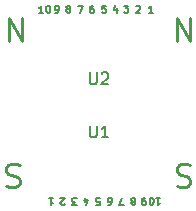
<source format=gbr>
G04 #@! TF.GenerationSoftware,KiCad,Pcbnew,(5.1.9)-1*
G04 #@! TF.CreationDate,2021-05-17T15:52:18-06:00*
G04 #@! TF.ProjectId,Igloo16,49676c6f-6f31-4362-9e6b-696361645f70,rev?*
G04 #@! TF.SameCoordinates,Original*
G04 #@! TF.FileFunction,Legend,Top*
G04 #@! TF.FilePolarity,Positive*
%FSLAX46Y46*%
G04 Gerber Fmt 4.6, Leading zero omitted, Abs format (unit mm)*
G04 Created by KiCad (PCBNEW (5.1.9)-1) date 2021-05-17 15:52:18*
%MOMM*%
%LPD*%
G01*
G04 APERTURE LIST*
%ADD10C,0.250000*%
%ADD11C,0.150000*%
G04 APERTURE END LIST*
D10*
X96728571Y-99869523D02*
X97014285Y-99964761D01*
X97490476Y-99964761D01*
X97680952Y-99869523D01*
X97776190Y-99774285D01*
X97871428Y-99583809D01*
X97871428Y-99393333D01*
X97776190Y-99202857D01*
X97680952Y-99107619D01*
X97490476Y-99012380D01*
X97109523Y-98917142D01*
X96919047Y-98821904D01*
X96823809Y-98726666D01*
X96728571Y-98536190D01*
X96728571Y-98345714D01*
X96823809Y-98155238D01*
X96919047Y-98060000D01*
X97109523Y-97964761D01*
X97585714Y-97964761D01*
X97871428Y-98060000D01*
X111188571Y-99869523D02*
X111474285Y-99964761D01*
X111950476Y-99964761D01*
X112140952Y-99869523D01*
X112236190Y-99774285D01*
X112331428Y-99583809D01*
X112331428Y-99393333D01*
X112236190Y-99202857D01*
X112140952Y-99107619D01*
X111950476Y-99012380D01*
X111569523Y-98917142D01*
X111379047Y-98821904D01*
X111283809Y-98726666D01*
X111188571Y-98536190D01*
X111188571Y-98345714D01*
X111283809Y-98155238D01*
X111379047Y-98060000D01*
X111569523Y-97964761D01*
X112045714Y-97964761D01*
X112331428Y-98060000D01*
X96928571Y-87604761D02*
X96928571Y-85604761D01*
X98071428Y-87604761D01*
X98071428Y-85604761D01*
X111188571Y-87604761D02*
X111188571Y-85604761D01*
X112331428Y-87604761D01*
X112331428Y-85604761D01*
D11*
X109444285Y-100828571D02*
X109787142Y-100828571D01*
X109615714Y-100828571D02*
X109615714Y-101428571D01*
X109672857Y-101342857D01*
X109730000Y-101285714D01*
X109787142Y-101257142D01*
X109072857Y-101428571D02*
X109015714Y-101428571D01*
X108958571Y-101400000D01*
X108930000Y-101371428D01*
X108901428Y-101314285D01*
X108872857Y-101200000D01*
X108872857Y-101057142D01*
X108901428Y-100942857D01*
X108930000Y-100885714D01*
X108958571Y-100857142D01*
X109015714Y-100828571D01*
X109072857Y-100828571D01*
X109130000Y-100857142D01*
X109158571Y-100885714D01*
X109187142Y-100942857D01*
X109215714Y-101057142D01*
X109215714Y-101200000D01*
X109187142Y-101314285D01*
X109158571Y-101371428D01*
X109130000Y-101400000D01*
X109072857Y-101428571D01*
X108514285Y-100828571D02*
X108400000Y-100828571D01*
X108342857Y-100857142D01*
X108314285Y-100885714D01*
X108257142Y-100971428D01*
X108228571Y-101085714D01*
X108228571Y-101314285D01*
X108257142Y-101371428D01*
X108285714Y-101400000D01*
X108342857Y-101428571D01*
X108457142Y-101428571D01*
X108514285Y-101400000D01*
X108542857Y-101371428D01*
X108571428Y-101314285D01*
X108571428Y-101171428D01*
X108542857Y-101114285D01*
X108514285Y-101085714D01*
X108457142Y-101057142D01*
X108342857Y-101057142D01*
X108285714Y-101085714D01*
X108257142Y-101114285D01*
X108228571Y-101171428D01*
X107557142Y-101171428D02*
X107614285Y-101200000D01*
X107642857Y-101228571D01*
X107671428Y-101285714D01*
X107671428Y-101314285D01*
X107642857Y-101371428D01*
X107614285Y-101400000D01*
X107557142Y-101428571D01*
X107442857Y-101428571D01*
X107385714Y-101400000D01*
X107357142Y-101371428D01*
X107328571Y-101314285D01*
X107328571Y-101285714D01*
X107357142Y-101228571D01*
X107385714Y-101200000D01*
X107442857Y-101171428D01*
X107557142Y-101171428D01*
X107614285Y-101142857D01*
X107642857Y-101114285D01*
X107671428Y-101057142D01*
X107671428Y-100942857D01*
X107642857Y-100885714D01*
X107614285Y-100857142D01*
X107557142Y-100828571D01*
X107442857Y-100828571D01*
X107385714Y-100857142D01*
X107357142Y-100885714D01*
X107328571Y-100942857D01*
X107328571Y-101057142D01*
X107357142Y-101114285D01*
X107385714Y-101142857D01*
X107442857Y-101171428D01*
X106700000Y-101428571D02*
X106300000Y-101428571D01*
X106557142Y-100828571D01*
X105385714Y-101428571D02*
X105500000Y-101428571D01*
X105557142Y-101400000D01*
X105585714Y-101371428D01*
X105642857Y-101285714D01*
X105671428Y-101171428D01*
X105671428Y-100942857D01*
X105642857Y-100885714D01*
X105614285Y-100857142D01*
X105557142Y-100828571D01*
X105442857Y-100828571D01*
X105385714Y-100857142D01*
X105357142Y-100885714D01*
X105328571Y-100942857D01*
X105328571Y-101085714D01*
X105357142Y-101142857D01*
X105385714Y-101171428D01*
X105442857Y-101200000D01*
X105557142Y-101200000D01*
X105614285Y-101171428D01*
X105642857Y-101142857D01*
X105671428Y-101085714D01*
X104357142Y-101428571D02*
X104642857Y-101428571D01*
X104671428Y-101142857D01*
X104642857Y-101171428D01*
X104585714Y-101200000D01*
X104442857Y-101200000D01*
X104385714Y-101171428D01*
X104357142Y-101142857D01*
X104328571Y-101085714D01*
X104328571Y-100942857D01*
X104357142Y-100885714D01*
X104385714Y-100857142D01*
X104442857Y-100828571D01*
X104585714Y-100828571D01*
X104642857Y-100857142D01*
X104671428Y-100885714D01*
X103385714Y-101228571D02*
X103385714Y-100828571D01*
X103528571Y-101457142D02*
X103671428Y-101028571D01*
X103300000Y-101028571D01*
X102700000Y-101428571D02*
X102328571Y-101428571D01*
X102528571Y-101200000D01*
X102442857Y-101200000D01*
X102385714Y-101171428D01*
X102357142Y-101142857D01*
X102328571Y-101085714D01*
X102328571Y-100942857D01*
X102357142Y-100885714D01*
X102385714Y-100857142D01*
X102442857Y-100828571D01*
X102614285Y-100828571D01*
X102671428Y-100857142D01*
X102700000Y-100885714D01*
X101671428Y-101371428D02*
X101642857Y-101400000D01*
X101585714Y-101428571D01*
X101442857Y-101428571D01*
X101385714Y-101400000D01*
X101357142Y-101371428D01*
X101328571Y-101314285D01*
X101328571Y-101257142D01*
X101357142Y-101171428D01*
X101700000Y-100828571D01*
X101328571Y-100828571D01*
X100328571Y-100828571D02*
X100671428Y-100828571D01*
X100500000Y-100828571D02*
X100500000Y-101428571D01*
X100557142Y-101342857D01*
X100614285Y-101285714D01*
X100671428Y-101257142D01*
X109171428Y-85171428D02*
X108828571Y-85171428D01*
X109000000Y-85171428D02*
X109000000Y-84571428D01*
X108942857Y-84657142D01*
X108885714Y-84714285D01*
X108828571Y-84742857D01*
X107728571Y-84628571D02*
X107757142Y-84600000D01*
X107814285Y-84571428D01*
X107957142Y-84571428D01*
X108014285Y-84600000D01*
X108042857Y-84628571D01*
X108071428Y-84685714D01*
X108071428Y-84742857D01*
X108042857Y-84828571D01*
X107700000Y-85171428D01*
X108071428Y-85171428D01*
X106700000Y-84571428D02*
X107071428Y-84571428D01*
X106871428Y-84800000D01*
X106957142Y-84800000D01*
X107014285Y-84828571D01*
X107042857Y-84857142D01*
X107071428Y-84914285D01*
X107071428Y-85057142D01*
X107042857Y-85114285D01*
X107014285Y-85142857D01*
X106957142Y-85171428D01*
X106785714Y-85171428D01*
X106728571Y-85142857D01*
X106700000Y-85114285D01*
X106114285Y-84771428D02*
X106114285Y-85171428D01*
X105971428Y-84542857D02*
X105828571Y-84971428D01*
X106200000Y-84971428D01*
X105142857Y-84571428D02*
X104857142Y-84571428D01*
X104828571Y-84857142D01*
X104857142Y-84828571D01*
X104914285Y-84800000D01*
X105057142Y-84800000D01*
X105114285Y-84828571D01*
X105142857Y-84857142D01*
X105171428Y-84914285D01*
X105171428Y-85057142D01*
X105142857Y-85114285D01*
X105114285Y-85142857D01*
X105057142Y-85171428D01*
X104914285Y-85171428D01*
X104857142Y-85142857D01*
X104828571Y-85114285D01*
X104114285Y-84571428D02*
X104000000Y-84571428D01*
X103942857Y-84600000D01*
X103914285Y-84628571D01*
X103857142Y-84714285D01*
X103828571Y-84828571D01*
X103828571Y-85057142D01*
X103857142Y-85114285D01*
X103885714Y-85142857D01*
X103942857Y-85171428D01*
X104057142Y-85171428D01*
X104114285Y-85142857D01*
X104142857Y-85114285D01*
X104171428Y-85057142D01*
X104171428Y-84914285D01*
X104142857Y-84857142D01*
X104114285Y-84828571D01*
X104057142Y-84800000D01*
X103942857Y-84800000D01*
X103885714Y-84828571D01*
X103857142Y-84857142D01*
X103828571Y-84914285D01*
X102800000Y-84571428D02*
X103200000Y-84571428D01*
X102942857Y-85171428D01*
X101942857Y-84828571D02*
X101885714Y-84800000D01*
X101857142Y-84771428D01*
X101828571Y-84714285D01*
X101828571Y-84685714D01*
X101857142Y-84628571D01*
X101885714Y-84600000D01*
X101942857Y-84571428D01*
X102057142Y-84571428D01*
X102114285Y-84600000D01*
X102142857Y-84628571D01*
X102171428Y-84685714D01*
X102171428Y-84714285D01*
X102142857Y-84771428D01*
X102114285Y-84800000D01*
X102057142Y-84828571D01*
X101942857Y-84828571D01*
X101885714Y-84857142D01*
X101857142Y-84885714D01*
X101828571Y-84942857D01*
X101828571Y-85057142D01*
X101857142Y-85114285D01*
X101885714Y-85142857D01*
X101942857Y-85171428D01*
X102057142Y-85171428D01*
X102114285Y-85142857D01*
X102142857Y-85114285D01*
X102171428Y-85057142D01*
X102171428Y-84942857D01*
X102142857Y-84885714D01*
X102114285Y-84857142D01*
X102057142Y-84828571D01*
X100885714Y-85171428D02*
X101000000Y-85171428D01*
X101057142Y-85142857D01*
X101085714Y-85114285D01*
X101142857Y-85028571D01*
X101171428Y-84914285D01*
X101171428Y-84685714D01*
X101142857Y-84628571D01*
X101114285Y-84600000D01*
X101057142Y-84571428D01*
X100942857Y-84571428D01*
X100885714Y-84600000D01*
X100857142Y-84628571D01*
X100828571Y-84685714D01*
X100828571Y-84828571D01*
X100857142Y-84885714D01*
X100885714Y-84914285D01*
X100942857Y-84942857D01*
X101057142Y-84942857D01*
X101114285Y-84914285D01*
X101142857Y-84885714D01*
X101171428Y-84828571D01*
X99885714Y-85171428D02*
X99542857Y-85171428D01*
X99714285Y-85171428D02*
X99714285Y-84571428D01*
X99657142Y-84657142D01*
X99600000Y-84714285D01*
X99542857Y-84742857D01*
X100257142Y-84571428D02*
X100314285Y-84571428D01*
X100371428Y-84600000D01*
X100400000Y-84628571D01*
X100428571Y-84685714D01*
X100457142Y-84800000D01*
X100457142Y-84942857D01*
X100428571Y-85057142D01*
X100400000Y-85114285D01*
X100371428Y-85142857D01*
X100314285Y-85171428D01*
X100257142Y-85171428D01*
X100200000Y-85142857D01*
X100171428Y-85114285D01*
X100142857Y-85057142D01*
X100114285Y-84942857D01*
X100114285Y-84800000D01*
X100142857Y-84685714D01*
X100171428Y-84628571D01*
X100200000Y-84600000D01*
X100257142Y-84571428D01*
X103816595Y-90231380D02*
X103816595Y-91040904D01*
X103864214Y-91136142D01*
X103911833Y-91183761D01*
X104007071Y-91231380D01*
X104197547Y-91231380D01*
X104292785Y-91183761D01*
X104340404Y-91136142D01*
X104388023Y-91040904D01*
X104388023Y-90231380D01*
X104816595Y-90326619D02*
X104864214Y-90279000D01*
X104959452Y-90231380D01*
X105197547Y-90231380D01*
X105292785Y-90279000D01*
X105340404Y-90326619D01*
X105388023Y-90421857D01*
X105388023Y-90517095D01*
X105340404Y-90659952D01*
X104768976Y-91231380D01*
X105388023Y-91231380D01*
X103816595Y-94723380D02*
X103816595Y-95532904D01*
X103864214Y-95628142D01*
X103911833Y-95675761D01*
X104007071Y-95723380D01*
X104197547Y-95723380D01*
X104292785Y-95675761D01*
X104340404Y-95628142D01*
X104388023Y-95532904D01*
X104388023Y-94723380D01*
X105388023Y-95723380D02*
X104816595Y-95723380D01*
X105102309Y-95723380D02*
X105102309Y-94723380D01*
X105007071Y-94866238D01*
X104911833Y-94961476D01*
X104816595Y-95009095D01*
M02*

</source>
